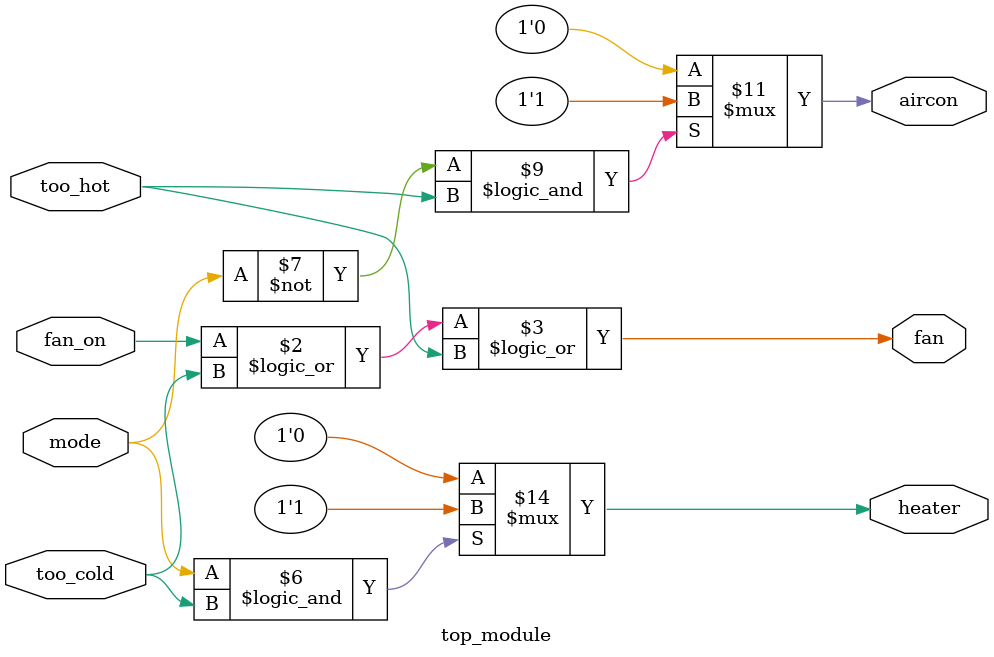
<source format=sv>
module top_module(
    input mode,
    input too_cold,
    input too_hot,
    input fan_on,
    output reg heater,
    output reg aircon,
    output reg fan
);

always @(*) begin
    // Fan control logic
    fan = fan_on || too_cold || too_hot;
    
    // Heater control logic
    if (mode == 1'b1 && too_cold == 1'b1) begin
        heater = 1'b1;
    end else begin
        heater = 1'b0;
    end
    
    // Air conditioner control logic
    if (mode == 1'b0 && too_hot == 1'b1) begin
        aircon = 1'b1;
    end else begin
        aircon = 1'b0;
    end
end

endmodule

</source>
